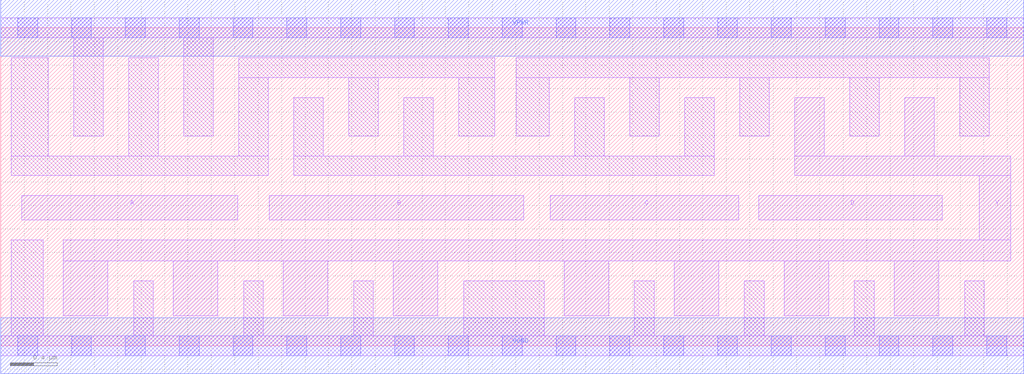
<source format=lef>
# Copyright 2020 The SkyWater PDK Authors
#
# Licensed under the Apache License, Version 2.0 (the "License");
# you may not use this file except in compliance with the License.
# You may obtain a copy of the License at
#
#     https://www.apache.org/licenses/LICENSE-2.0
#
# Unless required by applicable law or agreed to in writing, software
# distributed under the License is distributed on an "AS IS" BASIS,
# WITHOUT WARRANTIES OR CONDITIONS OF ANY KIND, either express or implied.
# See the License for the specific language governing permissions and
# limitations under the License.
#
# SPDX-License-Identifier: Apache-2.0

VERSION 5.7 ;
  NAMESCASESENSITIVE ON ;
  NOWIREEXTENSIONATPIN ON ;
  DIVIDERCHAR "/" ;
  BUSBITCHARS "[]" ;
UNITS
  DATABASE MICRONS 200 ;
END UNITS
PROPERTYDEFINITIONS
  MACRO maskLayoutSubType STRING ;
  MACRO prCellType STRING ;
  MACRO originalViewName STRING ;
END PROPERTYDEFINITIONS
MACRO sky130_fd_sc_hdll__nor4_4
  CLASS CORE ;
  FOREIGN sky130_fd_sc_hdll__nor4_4 ;
  ORIGIN  0.000000  0.000000 ;
  SIZE  8.740000 BY  2.720000 ;
  SYMMETRY X Y R90 ;
  SITE unithd ;
  PIN A
    ANTENNAGATEAREA  1.110000 ;
    DIRECTION INPUT ;
    USE SIGNAL ;
    PORT
      LAYER li1 ;
        RECT 0.180000 1.075000 2.025000 1.285000 ;
    END
  END A
  PIN B
    ANTENNAGATEAREA  1.110000 ;
    DIRECTION INPUT ;
    USE SIGNAL ;
    PORT
      LAYER li1 ;
        RECT 2.295000 1.075000 4.470000 1.285000 ;
    END
  END B
  PIN C
    ANTENNAGATEAREA  1.110000 ;
    DIRECTION INPUT ;
    USE SIGNAL ;
    PORT
      LAYER li1 ;
        RECT 4.695000 1.075000 6.305000 1.285000 ;
    END
  END C
  PIN D
    ANTENNAGATEAREA  1.110000 ;
    DIRECTION INPUT ;
    USE SIGNAL ;
    PORT
      LAYER li1 ;
        RECT 6.475000 1.075000 8.045000 1.285000 ;
    END
  END D
  PIN VGND
    ANTENNADIFFAREA  2.047500 ;
    DIRECTION INOUT ;
    USE SIGNAL ;
    PORT
      LAYER met1 ;
        RECT 0.000000 -0.240000 8.740000 0.240000 ;
    END
  END VGND
  PIN VPWR
    ANTENNADIFFAREA  0.580000 ;
    DIRECTION INOUT ;
    USE SIGNAL ;
    PORT
      LAYER met1 ;
        RECT 0.000000 2.480000 8.740000 2.960000 ;
    END
  END VPWR
  PIN Y
    ANTENNADIFFAREA  2.374000 ;
    DIRECTION OUTPUT ;
    USE SIGNAL ;
    PORT
      LAYER li1 ;
        RECT 0.535000 0.255000 0.915000 0.725000 ;
        RECT 0.535000 0.725000 8.630000 0.905000 ;
        RECT 1.475000 0.255000 1.855000 0.725000 ;
        RECT 2.415000 0.255000 2.795000 0.725000 ;
        RECT 3.355000 0.255000 3.735000 0.725000 ;
        RECT 4.815000 0.255000 5.195000 0.725000 ;
        RECT 5.755000 0.255000 6.135000 0.725000 ;
        RECT 6.695000 0.255000 7.075000 0.725000 ;
        RECT 6.785000 1.455000 8.630000 1.625000 ;
        RECT 6.785000 1.625000 7.035000 2.125000 ;
        RECT 7.635000 0.255000 8.015000 0.725000 ;
        RECT 7.725000 1.625000 7.975000 2.125000 ;
        RECT 8.360000 0.905000 8.630000 1.455000 ;
    END
  END Y
  OBS
    LAYER li1 ;
      RECT 0.000000 -0.085000 8.740000 0.085000 ;
      RECT 0.000000  2.635000 8.740000 2.805000 ;
      RECT 0.090000  0.085000 0.365000 0.905000 ;
      RECT 0.090000  1.455000 2.285000 1.625000 ;
      RECT 0.090000  1.625000 0.405000 2.465000 ;
      RECT 0.625000  1.795000 0.875000 2.635000 ;
      RECT 1.095000  1.625000 1.345000 2.465000 ;
      RECT 1.135000  0.085000 1.305000 0.555000 ;
      RECT 1.565000  1.795000 1.815000 2.635000 ;
      RECT 2.035000  1.625000 2.285000 2.295000 ;
      RECT 2.035000  2.295000 4.220000 2.465000 ;
      RECT 2.075000  0.085000 2.245000 0.555000 ;
      RECT 2.505000  1.455000 6.095000 1.625000 ;
      RECT 2.505000  1.625000 2.755000 2.125000 ;
      RECT 2.975000  1.795000 3.225000 2.295000 ;
      RECT 3.015000  0.085000 3.185000 0.555000 ;
      RECT 3.445000  1.625000 3.695000 2.125000 ;
      RECT 3.915000  1.795000 4.220000 2.295000 ;
      RECT 3.955000  0.085000 4.645000 0.555000 ;
      RECT 4.405000  1.795000 4.685000 2.295000 ;
      RECT 4.405000  2.295000 8.445000 2.465000 ;
      RECT 4.905000  1.625000 5.155000 2.125000 ;
      RECT 5.375000  1.795000 5.625000 2.295000 ;
      RECT 5.415000  0.085000 5.585000 0.555000 ;
      RECT 5.845000  1.625000 6.095000 2.125000 ;
      RECT 6.315000  1.795000 6.565000 2.295000 ;
      RECT 6.355000  0.085000 6.525000 0.555000 ;
      RECT 7.255000  1.795000 7.505000 2.295000 ;
      RECT 7.295000  0.085000 7.465000 0.555000 ;
      RECT 8.195000  1.795000 8.445000 2.295000 ;
      RECT 8.235000  0.085000 8.405000 0.555000 ;
    LAYER mcon ;
      RECT 0.145000 -0.085000 0.315000 0.085000 ;
      RECT 0.145000  2.635000 0.315000 2.805000 ;
      RECT 0.605000 -0.085000 0.775000 0.085000 ;
      RECT 0.605000  2.635000 0.775000 2.805000 ;
      RECT 1.065000 -0.085000 1.235000 0.085000 ;
      RECT 1.065000  2.635000 1.235000 2.805000 ;
      RECT 1.525000 -0.085000 1.695000 0.085000 ;
      RECT 1.525000  2.635000 1.695000 2.805000 ;
      RECT 1.985000 -0.085000 2.155000 0.085000 ;
      RECT 1.985000  2.635000 2.155000 2.805000 ;
      RECT 2.445000 -0.085000 2.615000 0.085000 ;
      RECT 2.445000  2.635000 2.615000 2.805000 ;
      RECT 2.905000 -0.085000 3.075000 0.085000 ;
      RECT 2.905000  2.635000 3.075000 2.805000 ;
      RECT 3.365000 -0.085000 3.535000 0.085000 ;
      RECT 3.365000  2.635000 3.535000 2.805000 ;
      RECT 3.825000 -0.085000 3.995000 0.085000 ;
      RECT 3.825000  2.635000 3.995000 2.805000 ;
      RECT 4.285000 -0.085000 4.455000 0.085000 ;
      RECT 4.285000  2.635000 4.455000 2.805000 ;
      RECT 4.745000 -0.085000 4.915000 0.085000 ;
      RECT 4.745000  2.635000 4.915000 2.805000 ;
      RECT 5.205000 -0.085000 5.375000 0.085000 ;
      RECT 5.205000  2.635000 5.375000 2.805000 ;
      RECT 5.665000 -0.085000 5.835000 0.085000 ;
      RECT 5.665000  2.635000 5.835000 2.805000 ;
      RECT 6.125000 -0.085000 6.295000 0.085000 ;
      RECT 6.125000  2.635000 6.295000 2.805000 ;
      RECT 6.585000 -0.085000 6.755000 0.085000 ;
      RECT 6.585000  2.635000 6.755000 2.805000 ;
      RECT 7.045000 -0.085000 7.215000 0.085000 ;
      RECT 7.045000  2.635000 7.215000 2.805000 ;
      RECT 7.505000 -0.085000 7.675000 0.085000 ;
      RECT 7.505000  2.635000 7.675000 2.805000 ;
      RECT 7.965000 -0.085000 8.135000 0.085000 ;
      RECT 7.965000  2.635000 8.135000 2.805000 ;
      RECT 8.425000 -0.085000 8.595000 0.085000 ;
      RECT 8.425000  2.635000 8.595000 2.805000 ;
  END
  PROPERTY maskLayoutSubType "abstract" ;
  PROPERTY prCellType "standard" ;
  PROPERTY originalViewName "layout" ;
END sky130_fd_sc_hdll__nor4_4
END LIBRARY

</source>
